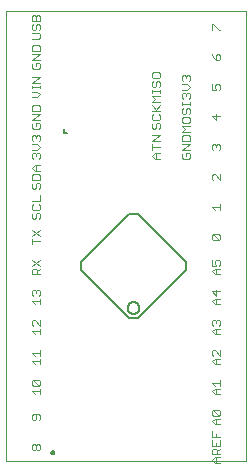
<source format=gto>
G75*
%MOIN*%
%OFA0B0*%
%FSLAX25Y25*%
%IPPOS*%
%LPD*%
%AMOC8*
5,1,8,0,0,1.08239X$1,22.5*
%
%ADD10C,0.00000*%
%ADD11C,0.00600*%
%ADD12C,0.00500*%
%ADD13C,0.00300*%
D10*
X0005100Y0005400D02*
X0005100Y0155361D01*
X0085000Y0155361D01*
X0085100Y0005400D01*
X0005100Y0005400D01*
D11*
X0046208Y0053012D02*
X0030212Y0069008D01*
X0030212Y0071792D01*
X0046208Y0087788D01*
X0048992Y0087788D01*
X0064988Y0071792D01*
X0064988Y0069008D01*
X0048992Y0053012D01*
X0046208Y0053012D01*
X0045631Y0056481D02*
X0045633Y0056569D01*
X0045639Y0056657D01*
X0045649Y0056745D01*
X0045663Y0056833D01*
X0045680Y0056919D01*
X0045702Y0057005D01*
X0045727Y0057089D01*
X0045757Y0057173D01*
X0045789Y0057255D01*
X0045826Y0057335D01*
X0045866Y0057414D01*
X0045910Y0057491D01*
X0045957Y0057566D01*
X0046007Y0057638D01*
X0046061Y0057709D01*
X0046117Y0057776D01*
X0046177Y0057842D01*
X0046239Y0057904D01*
X0046305Y0057964D01*
X0046372Y0058020D01*
X0046443Y0058074D01*
X0046515Y0058124D01*
X0046590Y0058171D01*
X0046667Y0058215D01*
X0046746Y0058255D01*
X0046826Y0058292D01*
X0046908Y0058324D01*
X0046992Y0058354D01*
X0047076Y0058379D01*
X0047162Y0058401D01*
X0047248Y0058418D01*
X0047336Y0058432D01*
X0047424Y0058442D01*
X0047512Y0058448D01*
X0047600Y0058450D01*
X0047688Y0058448D01*
X0047776Y0058442D01*
X0047864Y0058432D01*
X0047952Y0058418D01*
X0048038Y0058401D01*
X0048124Y0058379D01*
X0048208Y0058354D01*
X0048292Y0058324D01*
X0048374Y0058292D01*
X0048454Y0058255D01*
X0048533Y0058215D01*
X0048610Y0058171D01*
X0048685Y0058124D01*
X0048757Y0058074D01*
X0048828Y0058020D01*
X0048895Y0057964D01*
X0048961Y0057904D01*
X0049023Y0057842D01*
X0049083Y0057776D01*
X0049139Y0057709D01*
X0049193Y0057638D01*
X0049243Y0057566D01*
X0049290Y0057491D01*
X0049334Y0057414D01*
X0049374Y0057335D01*
X0049411Y0057255D01*
X0049443Y0057173D01*
X0049473Y0057089D01*
X0049498Y0057005D01*
X0049520Y0056919D01*
X0049537Y0056833D01*
X0049551Y0056745D01*
X0049561Y0056657D01*
X0049567Y0056569D01*
X0049569Y0056481D01*
X0049567Y0056393D01*
X0049561Y0056305D01*
X0049551Y0056217D01*
X0049537Y0056129D01*
X0049520Y0056043D01*
X0049498Y0055957D01*
X0049473Y0055873D01*
X0049443Y0055789D01*
X0049411Y0055707D01*
X0049374Y0055627D01*
X0049334Y0055548D01*
X0049290Y0055471D01*
X0049243Y0055396D01*
X0049193Y0055324D01*
X0049139Y0055253D01*
X0049083Y0055186D01*
X0049023Y0055120D01*
X0048961Y0055058D01*
X0048895Y0054998D01*
X0048828Y0054942D01*
X0048757Y0054888D01*
X0048685Y0054838D01*
X0048610Y0054791D01*
X0048533Y0054747D01*
X0048454Y0054707D01*
X0048374Y0054670D01*
X0048292Y0054638D01*
X0048208Y0054608D01*
X0048124Y0054583D01*
X0048038Y0054561D01*
X0047952Y0054544D01*
X0047864Y0054530D01*
X0047776Y0054520D01*
X0047688Y0054514D01*
X0047600Y0054512D01*
X0047512Y0054514D01*
X0047424Y0054520D01*
X0047336Y0054530D01*
X0047248Y0054544D01*
X0047162Y0054561D01*
X0047076Y0054583D01*
X0046992Y0054608D01*
X0046908Y0054638D01*
X0046826Y0054670D01*
X0046746Y0054707D01*
X0046667Y0054747D01*
X0046590Y0054791D01*
X0046515Y0054838D01*
X0046443Y0054888D01*
X0046372Y0054942D01*
X0046305Y0054998D01*
X0046239Y0055058D01*
X0046177Y0055120D01*
X0046117Y0055186D01*
X0046061Y0055253D01*
X0046007Y0055324D01*
X0045957Y0055396D01*
X0045910Y0055471D01*
X0045866Y0055548D01*
X0045826Y0055627D01*
X0045789Y0055707D01*
X0045757Y0055789D01*
X0045727Y0055873D01*
X0045702Y0055957D01*
X0045680Y0056043D01*
X0045663Y0056129D01*
X0045649Y0056217D01*
X0045639Y0056305D01*
X0045633Y0056393D01*
X0045631Y0056481D01*
D12*
X0020200Y0008200D02*
X0020202Y0008244D01*
X0020208Y0008288D01*
X0020218Y0008331D01*
X0020231Y0008373D01*
X0020248Y0008414D01*
X0020269Y0008453D01*
X0020293Y0008490D01*
X0020320Y0008525D01*
X0020350Y0008557D01*
X0020383Y0008587D01*
X0020419Y0008613D01*
X0020456Y0008637D01*
X0020496Y0008656D01*
X0020537Y0008673D01*
X0020580Y0008685D01*
X0020623Y0008694D01*
X0020667Y0008699D01*
X0020711Y0008700D01*
X0020755Y0008697D01*
X0020799Y0008690D01*
X0020842Y0008679D01*
X0020884Y0008665D01*
X0020924Y0008647D01*
X0020963Y0008625D01*
X0020999Y0008601D01*
X0021033Y0008573D01*
X0021065Y0008542D01*
X0021094Y0008508D01*
X0021120Y0008472D01*
X0021142Y0008434D01*
X0021161Y0008394D01*
X0021176Y0008352D01*
X0021188Y0008310D01*
X0021196Y0008266D01*
X0021200Y0008222D01*
X0021200Y0008178D01*
X0021196Y0008134D01*
X0021188Y0008090D01*
X0021176Y0008048D01*
X0021161Y0008006D01*
X0021142Y0007966D01*
X0021120Y0007928D01*
X0021094Y0007892D01*
X0021065Y0007858D01*
X0021033Y0007827D01*
X0020999Y0007799D01*
X0020963Y0007775D01*
X0020924Y0007753D01*
X0020884Y0007735D01*
X0020842Y0007721D01*
X0020799Y0007710D01*
X0020755Y0007703D01*
X0020711Y0007700D01*
X0020667Y0007701D01*
X0020623Y0007706D01*
X0020580Y0007715D01*
X0020537Y0007727D01*
X0020496Y0007744D01*
X0020456Y0007763D01*
X0020419Y0007787D01*
X0020383Y0007813D01*
X0020350Y0007843D01*
X0020320Y0007875D01*
X0020293Y0007910D01*
X0020269Y0007947D01*
X0020248Y0007986D01*
X0020231Y0008027D01*
X0020218Y0008069D01*
X0020208Y0008112D01*
X0020202Y0008156D01*
X0020200Y0008200D01*
X0024275Y0114622D02*
X0025275Y0114622D01*
X0024275Y0114622D02*
X0024275Y0116122D01*
D13*
X0016550Y0116614D02*
X0016550Y0117581D01*
X0016066Y0118065D01*
X0015099Y0118065D01*
X0015099Y0117098D01*
X0014131Y0118065D02*
X0013648Y0117581D01*
X0013648Y0116614D01*
X0014131Y0116130D01*
X0016066Y0116130D01*
X0016550Y0116614D01*
X0016550Y0119077D02*
X0013648Y0119077D01*
X0016550Y0121012D01*
X0013648Y0121012D01*
X0013648Y0122023D02*
X0013648Y0123474D01*
X0014131Y0123958D01*
X0016066Y0123958D01*
X0016550Y0123474D01*
X0016550Y0122023D01*
X0013648Y0122023D01*
X0013648Y0126621D02*
X0015583Y0126621D01*
X0016550Y0127589D01*
X0015583Y0128556D01*
X0013648Y0128556D01*
X0013648Y0129568D02*
X0013648Y0130535D01*
X0013648Y0130052D02*
X0016550Y0130052D01*
X0016550Y0130535D02*
X0016550Y0129568D01*
X0016550Y0131532D02*
X0013648Y0131532D01*
X0016550Y0133467D01*
X0013648Y0133467D01*
X0014131Y0136130D02*
X0016066Y0136130D01*
X0016550Y0136614D01*
X0016550Y0137581D01*
X0016066Y0138065D01*
X0015099Y0138065D01*
X0015099Y0137098D01*
X0014131Y0138065D02*
X0013648Y0137581D01*
X0013648Y0136614D01*
X0014131Y0136130D01*
X0013648Y0139077D02*
X0016550Y0141012D01*
X0013648Y0141012D01*
X0013648Y0142023D02*
X0013648Y0143474D01*
X0014131Y0143958D01*
X0016066Y0143958D01*
X0016550Y0143474D01*
X0016550Y0142023D01*
X0013648Y0142023D01*
X0013648Y0139077D02*
X0016550Y0139077D01*
X0016066Y0146130D02*
X0013648Y0146130D01*
X0013648Y0148065D02*
X0016066Y0148065D01*
X0016550Y0147581D01*
X0016550Y0146614D01*
X0016066Y0146130D01*
X0016066Y0149077D02*
X0016550Y0149560D01*
X0016550Y0150528D01*
X0016066Y0151012D01*
X0015583Y0151012D01*
X0015099Y0150528D01*
X0015099Y0149560D01*
X0014615Y0149077D01*
X0014131Y0149077D01*
X0013648Y0149560D01*
X0013648Y0150528D01*
X0014131Y0151012D01*
X0013648Y0152023D02*
X0013648Y0153474D01*
X0014131Y0153958D01*
X0014615Y0153958D01*
X0015099Y0153474D01*
X0015099Y0152023D01*
X0016550Y0152023D02*
X0013648Y0152023D01*
X0015099Y0153474D02*
X0015583Y0153958D01*
X0016066Y0153958D01*
X0016550Y0153474D01*
X0016550Y0152023D01*
X0016066Y0113958D02*
X0016550Y0113474D01*
X0016550Y0112507D01*
X0016066Y0112023D01*
X0015583Y0111012D02*
X0013648Y0111012D01*
X0014131Y0112023D02*
X0013648Y0112507D01*
X0013648Y0113474D01*
X0014131Y0113958D01*
X0014615Y0113958D01*
X0015099Y0113474D01*
X0015583Y0113958D01*
X0016066Y0113958D01*
X0015099Y0113474D02*
X0015099Y0112991D01*
X0015583Y0111012D02*
X0016550Y0110044D01*
X0015583Y0109077D01*
X0013648Y0109077D01*
X0014131Y0108065D02*
X0014615Y0108065D01*
X0015099Y0107581D01*
X0015583Y0108065D01*
X0016066Y0108065D01*
X0016550Y0107581D01*
X0016550Y0106614D01*
X0016066Y0106130D01*
X0015099Y0107098D02*
X0015099Y0107581D01*
X0014131Y0108065D02*
X0013648Y0107581D01*
X0013648Y0106614D01*
X0014131Y0106130D01*
X0014615Y0103958D02*
X0013648Y0102991D01*
X0014615Y0102023D01*
X0016550Y0102023D01*
X0016066Y0101012D02*
X0016550Y0100528D01*
X0016550Y0099077D01*
X0013648Y0099077D01*
X0013648Y0100528D01*
X0014131Y0101012D01*
X0016066Y0101012D01*
X0015099Y0102023D02*
X0015099Y0103958D01*
X0014615Y0103958D02*
X0016550Y0103958D01*
X0016066Y0098065D02*
X0016550Y0097581D01*
X0016550Y0096614D01*
X0016066Y0096130D01*
X0015099Y0096614D02*
X0015099Y0097581D01*
X0015583Y0098065D01*
X0016066Y0098065D01*
X0015099Y0096614D02*
X0014615Y0096130D01*
X0014131Y0096130D01*
X0013648Y0096614D01*
X0013648Y0097581D01*
X0014131Y0098065D01*
X0016550Y0093958D02*
X0016550Y0092023D01*
X0013648Y0092023D01*
X0014131Y0091012D02*
X0013648Y0090528D01*
X0013648Y0089560D01*
X0014131Y0089077D01*
X0016066Y0089077D01*
X0016550Y0089560D01*
X0016550Y0090528D01*
X0016066Y0091012D01*
X0016066Y0088065D02*
X0016550Y0087581D01*
X0016550Y0086614D01*
X0016066Y0086130D01*
X0015099Y0086614D02*
X0015099Y0087581D01*
X0015583Y0088065D01*
X0016066Y0088065D01*
X0015099Y0086614D02*
X0014615Y0086130D01*
X0014131Y0086130D01*
X0013648Y0086614D01*
X0013648Y0087581D01*
X0014131Y0088065D01*
X0013648Y0082485D02*
X0016550Y0080550D01*
X0016550Y0082485D02*
X0013648Y0080550D01*
X0013648Y0079538D02*
X0013648Y0077603D01*
X0013648Y0078571D02*
X0016550Y0078571D01*
X0016550Y0072485D02*
X0013648Y0070550D01*
X0014131Y0069538D02*
X0015099Y0069538D01*
X0015583Y0069055D01*
X0015583Y0067603D01*
X0016550Y0067603D02*
X0013648Y0067603D01*
X0013648Y0069055D01*
X0014131Y0069538D01*
X0016550Y0070550D02*
X0013648Y0072485D01*
X0016550Y0069538D02*
X0015583Y0068571D01*
X0015583Y0062485D02*
X0015099Y0062001D01*
X0015099Y0061517D01*
X0015099Y0062001D02*
X0014615Y0062485D01*
X0014131Y0062485D01*
X0013648Y0062001D01*
X0013648Y0061034D01*
X0014131Y0060550D01*
X0013648Y0058571D02*
X0016550Y0058571D01*
X0016550Y0059538D02*
X0016550Y0057603D01*
X0014615Y0057603D02*
X0013648Y0058571D01*
X0016066Y0060550D02*
X0016550Y0061034D01*
X0016550Y0062001D01*
X0016066Y0062485D01*
X0015583Y0062485D01*
X0016550Y0052485D02*
X0016550Y0050550D01*
X0014615Y0052485D01*
X0014131Y0052485D01*
X0013648Y0052001D01*
X0013648Y0051034D01*
X0014131Y0050550D01*
X0013648Y0048571D02*
X0016550Y0048571D01*
X0016550Y0049538D02*
X0016550Y0047603D01*
X0014615Y0047603D02*
X0013648Y0048571D01*
X0016550Y0042485D02*
X0016550Y0040550D01*
X0016550Y0041517D02*
X0013648Y0041517D01*
X0014615Y0040550D01*
X0013648Y0038571D02*
X0016550Y0038571D01*
X0016550Y0039538D02*
X0016550Y0037603D01*
X0014615Y0037603D02*
X0013648Y0038571D01*
X0014131Y0032485D02*
X0016066Y0030550D01*
X0016550Y0031034D01*
X0016550Y0032001D01*
X0016066Y0032485D01*
X0014131Y0032485D01*
X0013648Y0032001D01*
X0013648Y0031034D01*
X0014131Y0030550D01*
X0016066Y0030550D01*
X0016550Y0029538D02*
X0016550Y0027603D01*
X0016550Y0028571D02*
X0013648Y0028571D01*
X0014615Y0027603D01*
X0014131Y0021012D02*
X0013648Y0020528D01*
X0013648Y0019560D01*
X0014131Y0019077D01*
X0014615Y0019077D01*
X0015099Y0019560D01*
X0015099Y0021012D01*
X0016066Y0021012D02*
X0014131Y0021012D01*
X0016066Y0021012D02*
X0016550Y0020528D01*
X0016550Y0019560D01*
X0016066Y0019077D01*
X0016066Y0011012D02*
X0016550Y0010528D01*
X0016550Y0009560D01*
X0016066Y0009077D01*
X0015583Y0009077D01*
X0015099Y0009560D01*
X0015099Y0010528D01*
X0015583Y0011012D01*
X0016066Y0011012D01*
X0015099Y0010528D02*
X0014615Y0011012D01*
X0014131Y0011012D01*
X0013648Y0010528D01*
X0013648Y0009560D01*
X0014131Y0009077D01*
X0014615Y0009077D01*
X0015099Y0009560D01*
X0054615Y0106130D02*
X0053648Y0107098D01*
X0054615Y0108065D01*
X0056550Y0108065D01*
X0056550Y0106130D02*
X0054615Y0106130D01*
X0055099Y0106130D02*
X0055099Y0108065D01*
X0053648Y0109077D02*
X0053648Y0111012D01*
X0053648Y0110044D02*
X0056550Y0110044D01*
X0056550Y0112023D02*
X0053648Y0112023D01*
X0056550Y0113958D01*
X0053648Y0113958D01*
X0054131Y0116130D02*
X0054615Y0116130D01*
X0055099Y0116614D01*
X0055099Y0117581D01*
X0055583Y0118065D01*
X0056066Y0118065D01*
X0056550Y0117581D01*
X0056550Y0116614D01*
X0056066Y0116130D01*
X0056066Y0119077D02*
X0056550Y0119560D01*
X0056550Y0120528D01*
X0056066Y0121012D01*
X0055583Y0122023D02*
X0053648Y0123958D01*
X0053648Y0125148D02*
X0054615Y0126116D01*
X0053648Y0127083D01*
X0056550Y0127083D01*
X0056550Y0128095D02*
X0056550Y0129062D01*
X0056550Y0128578D02*
X0053648Y0128578D01*
X0053648Y0128095D02*
X0053648Y0129062D01*
X0054131Y0130059D02*
X0054615Y0130059D01*
X0055099Y0130543D01*
X0055099Y0131510D01*
X0055583Y0131994D01*
X0056066Y0131994D01*
X0056550Y0131510D01*
X0056550Y0130543D01*
X0056066Y0130059D01*
X0054131Y0130059D02*
X0053648Y0130543D01*
X0053648Y0131510D01*
X0054131Y0131994D01*
X0054131Y0133005D02*
X0056066Y0133005D01*
X0056550Y0133489D01*
X0056550Y0134457D01*
X0056066Y0134940D01*
X0054131Y0134940D01*
X0053648Y0134457D01*
X0053648Y0133489D01*
X0054131Y0133005D01*
X0053648Y0125148D02*
X0056550Y0125148D01*
X0056550Y0123958D02*
X0055099Y0122507D01*
X0053648Y0122023D02*
X0056550Y0122023D01*
X0056066Y0119077D02*
X0054131Y0119077D01*
X0053648Y0119560D01*
X0053648Y0120528D01*
X0054131Y0121012D01*
X0054131Y0118065D02*
X0053648Y0117581D01*
X0053648Y0116614D01*
X0054131Y0116130D01*
X0063648Y0117083D02*
X0066550Y0117083D01*
X0066066Y0118095D02*
X0066550Y0118578D01*
X0066550Y0119546D01*
X0066066Y0120030D01*
X0064131Y0120030D01*
X0063648Y0119546D01*
X0063648Y0118578D01*
X0064131Y0118095D01*
X0066066Y0118095D01*
X0064615Y0116116D02*
X0063648Y0117083D01*
X0064615Y0116116D02*
X0063648Y0115148D01*
X0066550Y0115148D01*
X0066066Y0113958D02*
X0064131Y0113958D01*
X0063648Y0113474D01*
X0063648Y0112023D01*
X0066550Y0112023D01*
X0066550Y0113474D01*
X0066066Y0113958D01*
X0066550Y0111012D02*
X0063648Y0111012D01*
X0063648Y0109077D02*
X0066550Y0111012D01*
X0066550Y0109077D02*
X0063648Y0109077D01*
X0064131Y0108065D02*
X0063648Y0107581D01*
X0063648Y0106614D01*
X0064131Y0106130D01*
X0066066Y0106130D01*
X0066550Y0106614D01*
X0066550Y0107581D01*
X0066066Y0108065D01*
X0065099Y0108065D01*
X0065099Y0107098D01*
X0064615Y0121041D02*
X0064131Y0121041D01*
X0063648Y0121525D01*
X0063648Y0122492D01*
X0064131Y0122976D01*
X0065099Y0122492D02*
X0065099Y0121525D01*
X0064615Y0121041D01*
X0066066Y0121041D02*
X0066550Y0121525D01*
X0066550Y0122492D01*
X0066066Y0122976D01*
X0065583Y0122976D01*
X0065099Y0122492D01*
X0063648Y0123988D02*
X0063648Y0124955D01*
X0063648Y0124471D02*
X0066550Y0124471D01*
X0066550Y0123988D02*
X0066550Y0124955D01*
X0066066Y0126130D02*
X0066550Y0126614D01*
X0066550Y0127581D01*
X0066066Y0128065D01*
X0065583Y0128065D01*
X0065099Y0127581D01*
X0065099Y0127098D01*
X0065099Y0127581D02*
X0064615Y0128065D01*
X0064131Y0128065D01*
X0063648Y0127581D01*
X0063648Y0126614D01*
X0064131Y0126130D01*
X0063648Y0129077D02*
X0065583Y0129077D01*
X0066550Y0130044D01*
X0065583Y0131012D01*
X0063648Y0131012D01*
X0064131Y0132023D02*
X0063648Y0132507D01*
X0063648Y0133474D01*
X0064131Y0133958D01*
X0064615Y0133958D01*
X0065099Y0133474D01*
X0065583Y0133958D01*
X0066066Y0133958D01*
X0066550Y0133474D01*
X0066550Y0132507D01*
X0066066Y0132023D01*
X0065099Y0132991D02*
X0065099Y0133474D01*
X0073648Y0131012D02*
X0073648Y0129077D01*
X0075099Y0129077D01*
X0074615Y0130044D01*
X0074615Y0130528D01*
X0075099Y0131012D01*
X0076066Y0131012D01*
X0076550Y0130528D01*
X0076550Y0129560D01*
X0076066Y0129077D01*
X0075099Y0121012D02*
X0075099Y0119077D01*
X0073648Y0120528D01*
X0076550Y0120528D01*
X0076066Y0111012D02*
X0076550Y0110528D01*
X0076550Y0109560D01*
X0076066Y0109077D01*
X0075099Y0110044D02*
X0075099Y0110528D01*
X0075583Y0111012D01*
X0076066Y0111012D01*
X0075099Y0110528D02*
X0074615Y0111012D01*
X0074131Y0111012D01*
X0073648Y0110528D01*
X0073648Y0109560D01*
X0074131Y0109077D01*
X0074131Y0101012D02*
X0073648Y0100528D01*
X0073648Y0099560D01*
X0074131Y0099077D01*
X0074131Y0101012D02*
X0074615Y0101012D01*
X0076550Y0099077D01*
X0076550Y0101012D01*
X0076550Y0091012D02*
X0076550Y0089077D01*
X0076550Y0090044D02*
X0073648Y0090044D01*
X0074615Y0089077D01*
X0074131Y0081012D02*
X0076066Y0079077D01*
X0076550Y0079560D01*
X0076550Y0080528D01*
X0076066Y0081012D01*
X0074131Y0081012D01*
X0073648Y0080528D01*
X0073648Y0079560D01*
X0074131Y0079077D01*
X0076066Y0079077D01*
X0076066Y0072485D02*
X0075099Y0072485D01*
X0074615Y0072001D01*
X0074615Y0071517D01*
X0075099Y0070550D01*
X0073648Y0070550D01*
X0073648Y0072485D01*
X0074615Y0069538D02*
X0076550Y0069538D01*
X0076066Y0070550D02*
X0076550Y0071034D01*
X0076550Y0072001D01*
X0076066Y0072485D01*
X0075099Y0069538D02*
X0075099Y0067603D01*
X0074615Y0067603D02*
X0073648Y0068571D01*
X0074615Y0069538D01*
X0074615Y0067603D02*
X0076550Y0067603D01*
X0075099Y0062485D02*
X0075099Y0060550D01*
X0073648Y0062001D01*
X0076550Y0062001D01*
X0076550Y0059538D02*
X0074615Y0059538D01*
X0073648Y0058571D01*
X0074615Y0057603D01*
X0076550Y0057603D01*
X0075099Y0057603D02*
X0075099Y0059538D01*
X0075583Y0052485D02*
X0075099Y0052001D01*
X0075099Y0051517D01*
X0075099Y0052001D02*
X0074615Y0052485D01*
X0074131Y0052485D01*
X0073648Y0052001D01*
X0073648Y0051034D01*
X0074131Y0050550D01*
X0074615Y0049538D02*
X0073648Y0048571D01*
X0074615Y0047603D01*
X0076550Y0047603D01*
X0076550Y0049538D02*
X0074615Y0049538D01*
X0075099Y0049538D02*
X0075099Y0047603D01*
X0076066Y0050550D02*
X0076550Y0051034D01*
X0076550Y0052001D01*
X0076066Y0052485D01*
X0075583Y0052485D01*
X0076550Y0042485D02*
X0076550Y0040550D01*
X0074615Y0042485D01*
X0074131Y0042485D01*
X0073648Y0042001D01*
X0073648Y0041034D01*
X0074131Y0040550D01*
X0074615Y0039538D02*
X0073648Y0038571D01*
X0074615Y0037603D01*
X0076550Y0037603D01*
X0076550Y0039538D02*
X0074615Y0039538D01*
X0075099Y0039538D02*
X0075099Y0037603D01*
X0076550Y0032485D02*
X0076550Y0030550D01*
X0076550Y0031517D02*
X0073648Y0031517D01*
X0074615Y0030550D01*
X0074615Y0029538D02*
X0073648Y0028571D01*
X0074615Y0027603D01*
X0076550Y0027603D01*
X0076550Y0029538D02*
X0074615Y0029538D01*
X0075099Y0029538D02*
X0075099Y0027603D01*
X0074131Y0022485D02*
X0076066Y0022485D01*
X0076550Y0022001D01*
X0076550Y0021034D01*
X0076066Y0020550D01*
X0074131Y0022485D01*
X0073648Y0022001D01*
X0073648Y0021034D01*
X0074131Y0020550D01*
X0076066Y0020550D01*
X0076550Y0019538D02*
X0074615Y0019538D01*
X0073648Y0018571D01*
X0074615Y0017603D01*
X0076550Y0017603D01*
X0075099Y0017603D02*
X0075099Y0019538D01*
X0073648Y0015431D02*
X0073648Y0013497D01*
X0076550Y0013497D01*
X0076550Y0012485D02*
X0076550Y0010550D01*
X0073648Y0010550D01*
X0073648Y0012485D01*
X0075099Y0011517D02*
X0075099Y0010550D01*
X0075099Y0009538D02*
X0074131Y0009538D01*
X0073648Y0009055D01*
X0073648Y0007603D01*
X0076550Y0007603D01*
X0075583Y0007603D02*
X0075583Y0009055D01*
X0075099Y0009538D01*
X0075583Y0008571D02*
X0076550Y0009538D01*
X0076550Y0006592D02*
X0074615Y0006592D01*
X0073648Y0005624D01*
X0074615Y0004657D01*
X0076550Y0004657D01*
X0075099Y0004657D02*
X0075099Y0006592D01*
X0075099Y0013497D02*
X0075099Y0014464D01*
X0075099Y0139077D02*
X0074131Y0140044D01*
X0073648Y0141012D01*
X0075099Y0140528D02*
X0075099Y0139077D01*
X0076066Y0139077D01*
X0076550Y0139560D01*
X0076550Y0140528D01*
X0076066Y0141012D01*
X0075583Y0141012D01*
X0075099Y0140528D01*
X0076066Y0149077D02*
X0076550Y0149077D01*
X0076066Y0149077D02*
X0074131Y0151012D01*
X0073648Y0151012D01*
X0073648Y0149077D01*
M02*

</source>
